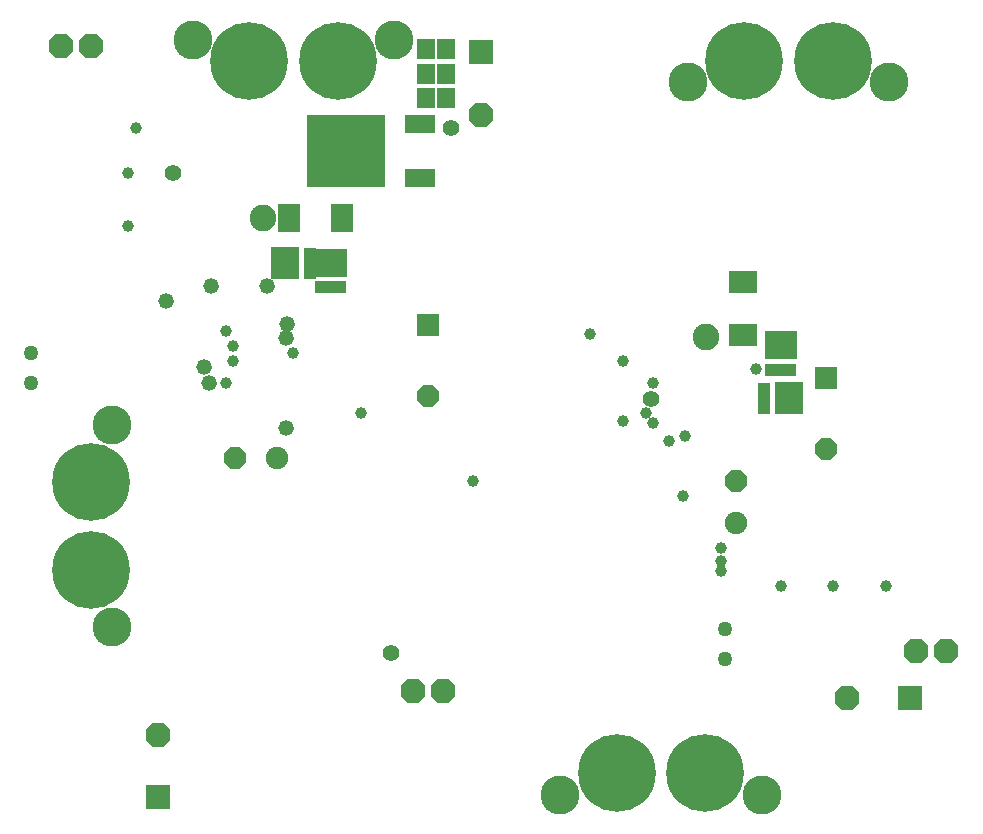
<source format=gbs>
G75*
%MOIN*%
%OFA0B0*%
%FSLAX25Y25*%
%IPPOS*%
%LPD*%
%AMOC8*
5,1,8,0,0,1.08239X$1,22.5*
%
%ADD10OC8,0.08324*%
%ADD11C,0.13000*%
%ADD12C,0.25869*%
%ADD13OC8,0.07500*%
%ADD14C,0.07500*%
%ADD15R,0.06318X0.07106*%
%ADD16R,0.26397X0.24035*%
%ADD17R,0.09861X0.05924*%
%ADD18R,0.10531X0.09665*%
%ADD19R,0.02854X0.03956*%
%ADD20R,0.08324X0.08324*%
%ADD21R,0.09665X0.10531*%
%ADD22R,0.03956X0.02854*%
%ADD23R,0.07499X0.09468*%
%ADD24C,0.04978*%
%ADD25R,0.09468X0.07499*%
%ADD26R,0.07537X0.07537*%
%ADD27OC8,0.07537*%
%ADD28C,0.05562*%
%ADD29C,0.05200*%
%ADD30C,0.03900*%
%ADD31C,0.08877*%
D10*
X0056000Y0041433D03*
X0141000Y0056000D03*
X0151000Y0056000D03*
X0285567Y0053500D03*
X0308491Y0069153D03*
X0318491Y0069153D03*
X0163500Y0248067D03*
X0033500Y0271000D03*
X0023500Y0271000D03*
D11*
X0067400Y0273100D03*
X0134600Y0273100D03*
X0232400Y0258900D03*
X0299600Y0258900D03*
X0040600Y0144600D03*
X0040600Y0077400D03*
X0189900Y0021400D03*
X0257100Y0021400D03*
D12*
X0238250Y0028500D03*
X0208750Y0028500D03*
X0033500Y0096250D03*
X0033500Y0125750D03*
X0086250Y0266000D03*
X0115750Y0266000D03*
X0251250Y0266000D03*
X0280750Y0266000D03*
D13*
X0248380Y0125934D03*
X0081500Y0133500D03*
D14*
X0095500Y0133500D03*
X0248380Y0111934D03*
D15*
X0151846Y0253500D03*
X0145154Y0253500D03*
X0145154Y0261687D03*
X0151846Y0261687D03*
X0151952Y0269874D03*
X0145259Y0269874D03*
D16*
X0118500Y0236000D03*
D17*
X0143303Y0227024D03*
X0143303Y0244976D03*
D18*
X0113500Y0198657D03*
X0263500Y0171157D03*
D19*
X0262220Y0162988D03*
X0259661Y0162988D03*
X0264780Y0162988D03*
X0267339Y0162988D03*
X0117339Y0190488D03*
X0114780Y0190488D03*
X0112220Y0190488D03*
X0109661Y0190488D03*
D20*
X0056000Y0020567D03*
X0306433Y0053500D03*
X0163500Y0268933D03*
D21*
X0098343Y0198500D03*
X0266157Y0153500D03*
D22*
X0257988Y0152220D03*
X0257988Y0149661D03*
X0257988Y0154780D03*
X0257988Y0157339D03*
X0106512Y0194661D03*
X0106512Y0197220D03*
X0106512Y0199780D03*
X0106512Y0202339D03*
D23*
X0099642Y0213500D03*
X0117358Y0213500D03*
D24*
X0013500Y0168500D03*
X0013500Y0158500D03*
X0244880Y0076735D03*
X0244880Y0066735D03*
D25*
X0251000Y0174642D03*
X0251000Y0192358D03*
D26*
X0278500Y0160311D03*
X0146000Y0177811D03*
D27*
X0146000Y0154189D03*
X0278500Y0136689D03*
D28*
X0220045Y0153347D03*
X0133500Y0068500D03*
X0061000Y0228500D03*
X0153500Y0243500D03*
D29*
X0092200Y0191000D03*
X0098808Y0178192D03*
X0098500Y0173500D03*
X0071300Y0163900D03*
X0072900Y0158500D03*
X0098500Y0143500D03*
X0058500Y0186000D03*
X0073500Y0191000D03*
D30*
X0078500Y0176000D03*
X0081000Y0171000D03*
X0081000Y0166000D03*
X0078500Y0158500D03*
X0101000Y0168500D03*
X0123500Y0148500D03*
X0161000Y0126000D03*
X0211000Y0146000D03*
X0218500Y0148500D03*
X0220835Y0145200D03*
X0226192Y0139273D03*
X0231550Y0141000D03*
X0221000Y0158500D03*
X0211000Y0166000D03*
X0199927Y0174855D03*
X0255171Y0163416D03*
X0231000Y0121000D03*
X0243500Y0103500D03*
X0243500Y0099300D03*
X0243500Y0096000D03*
X0263500Y0091000D03*
X0281000Y0091000D03*
X0298500Y0091000D03*
X0048500Y0243500D03*
X0046000Y0228500D03*
X0046000Y0211000D03*
D31*
X0091000Y0213500D03*
X0238500Y0174112D03*
M02*

</source>
